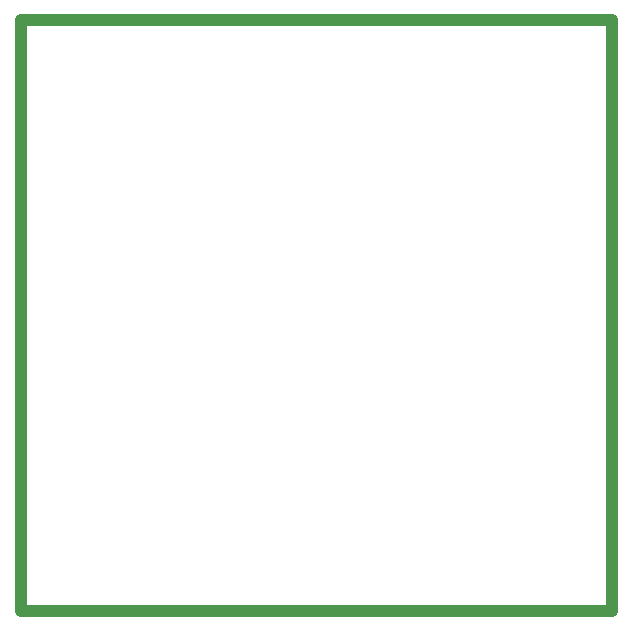
<source format=gko>
G04*
G04 #@! TF.GenerationSoftware,Altium Limited,Altium Designer,18.1.6 (161)*
G04*
G04 Layer_Color=16711935*
%FSLAX25Y25*%
%MOIN*%
G70*
G01*
G75*
%ADD54C,0.03937*%
D54*
X0Y0D02*
X196850D01*
Y196850D01*
X0D02*
X196850D01*
X0Y0D02*
Y196850D01*
M02*

</source>
